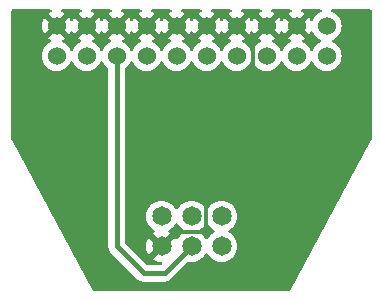
<source format=gbl>
G04 #@! TF.GenerationSoftware,KiCad,Pcbnew,8.0.2-1*
G04 #@! TF.CreationDate,2024-12-21T19:46:59+01:00*
G04 #@! TF.ProjectId,ten_to_six,74656e5f-746f-45f7-9369-782e6b696361,rev?*
G04 #@! TF.SameCoordinates,Original*
G04 #@! TF.FileFunction,Copper,L2,Bot*
G04 #@! TF.FilePolarity,Positive*
%FSLAX46Y46*%
G04 Gerber Fmt 4.6, Leading zero omitted, Abs format (unit mm)*
G04 Created by KiCad (PCBNEW 8.0.2-1) date 2024-12-21 19:46:59*
%MOMM*%
%LPD*%
G01*
G04 APERTURE LIST*
G04 #@! TA.AperFunction,ComponentPad*
%ADD10C,1.524000*%
G04 #@! TD*
G04 #@! TA.AperFunction,ComponentPad*
%ADD11C,1.650000*%
G04 #@! TD*
G04 #@! TA.AperFunction,Conductor*
%ADD12C,0.300000*%
G04 #@! TD*
G04 #@! TA.AperFunction,Conductor*
%ADD13C,0.400000*%
G04 #@! TD*
G04 APERTURE END LIST*
D10*
X136652000Y-76843128D03*
X136652000Y-74303128D03*
X134112000Y-76843128D03*
X134112000Y-74303128D03*
X131572000Y-76843128D03*
X131572000Y-74303128D03*
X129032000Y-76843128D03*
X129032000Y-74303128D03*
X126492000Y-76843128D03*
X126492000Y-74303128D03*
X123952000Y-76843128D03*
X123952000Y-74303128D03*
X121412000Y-76843128D03*
X121412000Y-74303128D03*
X118872000Y-76843128D03*
X118872000Y-74303128D03*
X116332000Y-76843128D03*
X116332000Y-74303128D03*
X113792000Y-76843128D03*
X113792000Y-74303128D03*
D11*
X127762000Y-92964000D03*
X127762000Y-90424000D03*
X125222000Y-92964000D03*
X125222000Y-90424000D03*
X122682000Y-92964000D03*
X122682000Y-90424000D03*
D12*
X126466600Y-87517699D02*
X126466600Y-91592400D01*
X130460000Y-83524299D02*
X126466600Y-87517699D01*
X126270000Y-91789000D02*
X123857000Y-91789000D01*
X123857000Y-91789000D02*
X122682000Y-92964000D01*
X130460000Y-75415128D02*
X130460000Y-83524299D01*
X126466600Y-91592400D02*
X126270000Y-91789000D01*
X131572000Y-74303128D02*
X130460000Y-75415128D01*
D13*
X121158000Y-95250000D02*
X122936000Y-95250000D01*
X118872000Y-92964000D02*
X121158000Y-95250000D01*
X118872000Y-76843128D02*
X118872000Y-92964000D01*
X122936000Y-95250000D02*
X125222000Y-92964000D01*
G04 #@! TA.AperFunction,Conductor*
G36*
X113342956Y-72910185D02*
G01*
X113388711Y-72962989D01*
X113398655Y-73032147D01*
X113369630Y-73095703D01*
X113328322Y-73126882D01*
X113158590Y-73206029D01*
X113093811Y-73251386D01*
X113656057Y-73813632D01*
X113595919Y-73829747D01*
X113480080Y-73896626D01*
X113385498Y-73991208D01*
X113318619Y-74107047D01*
X113302504Y-74167185D01*
X112740258Y-73604939D01*
X112694901Y-73669718D01*
X112601579Y-73869848D01*
X112601575Y-73869857D01*
X112544426Y-74083141D01*
X112544424Y-74083151D01*
X112525179Y-74303127D01*
X112525179Y-74303128D01*
X112544424Y-74523104D01*
X112544426Y-74523114D01*
X112601575Y-74736398D01*
X112601580Y-74736412D01*
X112694898Y-74936533D01*
X112694901Y-74936539D01*
X112740258Y-75001315D01*
X112740259Y-75001316D01*
X113302504Y-74439070D01*
X113318619Y-74499209D01*
X113385498Y-74615048D01*
X113480080Y-74709630D01*
X113595919Y-74776509D01*
X113656057Y-74792622D01*
X113093810Y-75354868D01*
X113158589Y-75400226D01*
X113287781Y-75460470D01*
X113340220Y-75506642D01*
X113359372Y-75573836D01*
X113339156Y-75640717D01*
X113287781Y-75685234D01*
X113158340Y-75745593D01*
X113158338Y-75745594D01*
X112977377Y-75872303D01*
X112821175Y-76028505D01*
X112694466Y-76209466D01*
X112694465Y-76209468D01*
X112601107Y-76409676D01*
X112601104Y-76409682D01*
X112543930Y-76623057D01*
X112543929Y-76623065D01*
X112524677Y-76843125D01*
X112524677Y-76843130D01*
X112543929Y-77063190D01*
X112543930Y-77063198D01*
X112601104Y-77276573D01*
X112601105Y-77276575D01*
X112601106Y-77276578D01*
X112634382Y-77347939D01*
X112694466Y-77476790D01*
X112694468Y-77476794D01*
X112821170Y-77657743D01*
X112821175Y-77657749D01*
X112977378Y-77813952D01*
X112977384Y-77813957D01*
X113158333Y-77940659D01*
X113158335Y-77940660D01*
X113158338Y-77940662D01*
X113358550Y-78034022D01*
X113571932Y-78091198D01*
X113729123Y-78104950D01*
X113791998Y-78110451D01*
X113792000Y-78110451D01*
X113792002Y-78110451D01*
X113847017Y-78105637D01*
X114012068Y-78091198D01*
X114225450Y-78034022D01*
X114425662Y-77940662D01*
X114606620Y-77813954D01*
X114762826Y-77657748D01*
X114889534Y-77476790D01*
X114949618Y-77347939D01*
X114995790Y-77295499D01*
X115062983Y-77276347D01*
X115129865Y-77296563D01*
X115174382Y-77347939D01*
X115234464Y-77476786D01*
X115234468Y-77476794D01*
X115361170Y-77657743D01*
X115361175Y-77657749D01*
X115517378Y-77813952D01*
X115517384Y-77813957D01*
X115698333Y-77940659D01*
X115698335Y-77940660D01*
X115698338Y-77940662D01*
X115898550Y-78034022D01*
X116111932Y-78091198D01*
X116269123Y-78104950D01*
X116331998Y-78110451D01*
X116332000Y-78110451D01*
X116332002Y-78110451D01*
X116387017Y-78105637D01*
X116552068Y-78091198D01*
X116765450Y-78034022D01*
X116965662Y-77940662D01*
X117146620Y-77813954D01*
X117302826Y-77657748D01*
X117429534Y-77476790D01*
X117489618Y-77347939D01*
X117535790Y-77295499D01*
X117602983Y-77276347D01*
X117669865Y-77296563D01*
X117714382Y-77347939D01*
X117774464Y-77476786D01*
X117774468Y-77476794D01*
X117901170Y-77657743D01*
X117901174Y-77657748D01*
X118057380Y-77813954D01*
X118118623Y-77856836D01*
X118162248Y-77911412D01*
X118171500Y-77958411D01*
X118171500Y-92895006D01*
X118171500Y-93032994D01*
X118171500Y-93032996D01*
X118171499Y-93032996D01*
X118198418Y-93168322D01*
X118198421Y-93168332D01*
X118251222Y-93295807D01*
X118327887Y-93410545D01*
X120711454Y-95794112D01*
X120826190Y-95870776D01*
X120924790Y-95911617D01*
X120953671Y-95923580D01*
X120953672Y-95923580D01*
X120953677Y-95923582D01*
X120980545Y-95928925D01*
X120980551Y-95928926D01*
X120980591Y-95928934D01*
X121070937Y-95946905D01*
X121089006Y-95950500D01*
X121089007Y-95950500D01*
X123004996Y-95950500D01*
X123113457Y-95928925D01*
X123140328Y-95923580D01*
X123204069Y-95897177D01*
X123267807Y-95870777D01*
X123267808Y-95870776D01*
X123267811Y-95870775D01*
X123382543Y-95794114D01*
X124870418Y-94306237D01*
X124931739Y-94272754D01*
X124985502Y-94274035D01*
X124985613Y-94273408D01*
X124989749Y-94274137D01*
X124990199Y-94274147D01*
X124990950Y-94274349D01*
X125184822Y-94291310D01*
X125221998Y-94294563D01*
X125222000Y-94294563D01*
X125222002Y-94294563D01*
X125279762Y-94289509D01*
X125453050Y-94274349D01*
X125677079Y-94214320D01*
X125887282Y-94116301D01*
X126077269Y-93983270D01*
X126241270Y-93819269D01*
X126374301Y-93629282D01*
X126379618Y-93617878D01*
X126425790Y-93565440D01*
X126492984Y-93546288D01*
X126559865Y-93566504D01*
X126604381Y-93617878D01*
X126609699Y-93629282D01*
X126742730Y-93819269D01*
X126906731Y-93983270D01*
X127096718Y-94116301D01*
X127306921Y-94214320D01*
X127530950Y-94274349D01*
X127695985Y-94288787D01*
X127761998Y-94294563D01*
X127762000Y-94294563D01*
X127762002Y-94294563D01*
X127819762Y-94289509D01*
X127993050Y-94274349D01*
X128217079Y-94214320D01*
X128427282Y-94116301D01*
X128617269Y-93983270D01*
X128781270Y-93819269D01*
X128914301Y-93629282D01*
X129012320Y-93419079D01*
X129072349Y-93195050D01*
X129092563Y-92964000D01*
X129072349Y-92732950D01*
X129012320Y-92508921D01*
X128914301Y-92298719D01*
X128914299Y-92298716D01*
X128914298Y-92298714D01*
X128781273Y-92108735D01*
X128781268Y-92108729D01*
X128617269Y-91944730D01*
X128506292Y-91867023D01*
X128427282Y-91811699D01*
X128415878Y-91806381D01*
X128363440Y-91760210D01*
X128344288Y-91693016D01*
X128364504Y-91626135D01*
X128415878Y-91581618D01*
X128427282Y-91576301D01*
X128617269Y-91443270D01*
X128781270Y-91279269D01*
X128914301Y-91089282D01*
X129012320Y-90879079D01*
X129072349Y-90655050D01*
X129092563Y-90424000D01*
X129072349Y-90192950D01*
X129012320Y-89968921D01*
X128914301Y-89758719D01*
X128914299Y-89758716D01*
X128914298Y-89758714D01*
X128781273Y-89568735D01*
X128781268Y-89568729D01*
X128617269Y-89404730D01*
X128617263Y-89404726D01*
X128427282Y-89271699D01*
X128217079Y-89173680D01*
X128217076Y-89173679D01*
X128217074Y-89173678D01*
X127993051Y-89113651D01*
X127993044Y-89113650D01*
X127762002Y-89093437D01*
X127761998Y-89093437D01*
X127530955Y-89113650D01*
X127530948Y-89113651D01*
X127306917Y-89173681D01*
X127096718Y-89271699D01*
X127096714Y-89271701D01*
X126906735Y-89404726D01*
X126906729Y-89404731D01*
X126742731Y-89568729D01*
X126742726Y-89568735D01*
X126609701Y-89758714D01*
X126609698Y-89758720D01*
X126604381Y-89770123D01*
X126558207Y-89822562D01*
X126491013Y-89841712D01*
X126424133Y-89821495D01*
X126379619Y-89770123D01*
X126374301Y-89758720D01*
X126374298Y-89758714D01*
X126241273Y-89568735D01*
X126241268Y-89568729D01*
X126077269Y-89404730D01*
X126077263Y-89404726D01*
X125887282Y-89271699D01*
X125677079Y-89173680D01*
X125677076Y-89173679D01*
X125677074Y-89173678D01*
X125453051Y-89113651D01*
X125453044Y-89113650D01*
X125222002Y-89093437D01*
X125221998Y-89093437D01*
X124990955Y-89113650D01*
X124990948Y-89113651D01*
X124766917Y-89173681D01*
X124556718Y-89271699D01*
X124556714Y-89271701D01*
X124366735Y-89404726D01*
X124366729Y-89404731D01*
X124202731Y-89568729D01*
X124202726Y-89568735D01*
X124069701Y-89758714D01*
X124069698Y-89758720D01*
X124064381Y-89770123D01*
X124018207Y-89822562D01*
X123951013Y-89841712D01*
X123884133Y-89821495D01*
X123839619Y-89770123D01*
X123834301Y-89758720D01*
X123834298Y-89758714D01*
X123701273Y-89568735D01*
X123701268Y-89568729D01*
X123537269Y-89404730D01*
X123537263Y-89404726D01*
X123347282Y-89271699D01*
X123137079Y-89173680D01*
X123137076Y-89173679D01*
X123137074Y-89173678D01*
X122913051Y-89113651D01*
X122913044Y-89113650D01*
X122682002Y-89093437D01*
X122681998Y-89093437D01*
X122450955Y-89113650D01*
X122450948Y-89113651D01*
X122226917Y-89173681D01*
X122016718Y-89271699D01*
X122016714Y-89271701D01*
X121826735Y-89404726D01*
X121826729Y-89404731D01*
X121662731Y-89568729D01*
X121662726Y-89568735D01*
X121529701Y-89758714D01*
X121529699Y-89758718D01*
X121431681Y-89968917D01*
X121371651Y-90192948D01*
X121371650Y-90192955D01*
X121351437Y-90423998D01*
X121351437Y-90424001D01*
X121371650Y-90655044D01*
X121371651Y-90655051D01*
X121431678Y-90879074D01*
X121431679Y-90879076D01*
X121431680Y-90879079D01*
X121529699Y-91089282D01*
X121662730Y-91279269D01*
X121826731Y-91443270D01*
X122016718Y-91576301D01*
X122028710Y-91581893D01*
X122081149Y-91628062D01*
X122100303Y-91695255D01*
X122080089Y-91762137D01*
X122028717Y-91806655D01*
X122016966Y-91812134D01*
X121938576Y-91867022D01*
X122511766Y-92440212D01*
X122469708Y-92451482D01*
X122344292Y-92523890D01*
X122241890Y-92626292D01*
X122169482Y-92751708D01*
X122158212Y-92793766D01*
X121585022Y-92220576D01*
X121530134Y-92298967D01*
X121432152Y-92509090D01*
X121432148Y-92509099D01*
X121372147Y-92733031D01*
X121372145Y-92733041D01*
X121351939Y-92963999D01*
X121351939Y-92964000D01*
X121372145Y-93194958D01*
X121372147Y-93194968D01*
X121432148Y-93418900D01*
X121432152Y-93418909D01*
X121530133Y-93629030D01*
X121585023Y-93707422D01*
X122158212Y-93134233D01*
X122169482Y-93176292D01*
X122241890Y-93301708D01*
X122344292Y-93404110D01*
X122469708Y-93476518D01*
X122511765Y-93487787D01*
X121938576Y-94060975D01*
X122016969Y-94115867D01*
X122227090Y-94213847D01*
X122227099Y-94213851D01*
X122451031Y-94273852D01*
X122451042Y-94273854D01*
X122618733Y-94288525D01*
X122683802Y-94313977D01*
X122724781Y-94370568D01*
X122728659Y-94440330D01*
X122695614Y-94499728D01*
X122689117Y-94506224D01*
X122682166Y-94513176D01*
X122620848Y-94546664D01*
X122594481Y-94549500D01*
X121499519Y-94549500D01*
X121432480Y-94529815D01*
X121411838Y-94513181D01*
X119608819Y-92710162D01*
X119575334Y-92648839D01*
X119572500Y-92622481D01*
X119572500Y-77958411D01*
X119592185Y-77891372D01*
X119625375Y-77856837D01*
X119686620Y-77813954D01*
X119842826Y-77657748D01*
X119969534Y-77476790D01*
X120029618Y-77347939D01*
X120075790Y-77295499D01*
X120142983Y-77276347D01*
X120209865Y-77296563D01*
X120254382Y-77347939D01*
X120314464Y-77476786D01*
X120314468Y-77476794D01*
X120441170Y-77657743D01*
X120441175Y-77657749D01*
X120597378Y-77813952D01*
X120597384Y-77813957D01*
X120778333Y-77940659D01*
X120778335Y-77940660D01*
X120778338Y-77940662D01*
X120978550Y-78034022D01*
X121191932Y-78091198D01*
X121349123Y-78104950D01*
X121411998Y-78110451D01*
X121412000Y-78110451D01*
X121412002Y-78110451D01*
X121467017Y-78105637D01*
X121632068Y-78091198D01*
X121845450Y-78034022D01*
X122045662Y-77940662D01*
X122226620Y-77813954D01*
X122382826Y-77657748D01*
X122509534Y-77476790D01*
X122569618Y-77347939D01*
X122615790Y-77295499D01*
X122682983Y-77276347D01*
X122749865Y-77296563D01*
X122794382Y-77347939D01*
X122854464Y-77476786D01*
X122854468Y-77476794D01*
X122981170Y-77657743D01*
X122981175Y-77657749D01*
X123137378Y-77813952D01*
X123137384Y-77813957D01*
X123318333Y-77940659D01*
X123318335Y-77940660D01*
X123318338Y-77940662D01*
X123518550Y-78034022D01*
X123731932Y-78091198D01*
X123889123Y-78104950D01*
X123951998Y-78110451D01*
X123952000Y-78110451D01*
X123952002Y-78110451D01*
X124007017Y-78105637D01*
X124172068Y-78091198D01*
X124385450Y-78034022D01*
X124585662Y-77940662D01*
X124766620Y-77813954D01*
X124922826Y-77657748D01*
X125049534Y-77476790D01*
X125109618Y-77347939D01*
X125155790Y-77295499D01*
X125222983Y-77276347D01*
X125289865Y-77296563D01*
X125334382Y-77347939D01*
X125394464Y-77476786D01*
X125394468Y-77476794D01*
X125521170Y-77657743D01*
X125521175Y-77657749D01*
X125677378Y-77813952D01*
X125677384Y-77813957D01*
X125858333Y-77940659D01*
X125858335Y-77940660D01*
X125858338Y-77940662D01*
X126058550Y-78034022D01*
X126271932Y-78091198D01*
X126429123Y-78104950D01*
X126491998Y-78110451D01*
X126492000Y-78110451D01*
X126492002Y-78110451D01*
X126547017Y-78105637D01*
X126712068Y-78091198D01*
X126925450Y-78034022D01*
X127125662Y-77940662D01*
X127306620Y-77813954D01*
X127462826Y-77657748D01*
X127589534Y-77476790D01*
X127649618Y-77347939D01*
X127695790Y-77295499D01*
X127762983Y-77276347D01*
X127829865Y-77296563D01*
X127874382Y-77347939D01*
X127934464Y-77476786D01*
X127934468Y-77476794D01*
X128061170Y-77657743D01*
X128061175Y-77657749D01*
X128217378Y-77813952D01*
X128217384Y-77813957D01*
X128398333Y-77940659D01*
X128398335Y-77940660D01*
X128398338Y-77940662D01*
X128598550Y-78034022D01*
X128811932Y-78091198D01*
X128969123Y-78104950D01*
X129031998Y-78110451D01*
X129032000Y-78110451D01*
X129032002Y-78110451D01*
X129087017Y-78105637D01*
X129252068Y-78091198D01*
X129465450Y-78034022D01*
X129665662Y-77940662D01*
X129846620Y-77813954D01*
X130002826Y-77657748D01*
X130129534Y-77476790D01*
X130189618Y-77347939D01*
X130235790Y-77295499D01*
X130302983Y-77276347D01*
X130369865Y-77296563D01*
X130414382Y-77347939D01*
X130474464Y-77476786D01*
X130474468Y-77476794D01*
X130601170Y-77657743D01*
X130601175Y-77657749D01*
X130757378Y-77813952D01*
X130757384Y-77813957D01*
X130938333Y-77940659D01*
X130938335Y-77940660D01*
X130938338Y-77940662D01*
X131138550Y-78034022D01*
X131351932Y-78091198D01*
X131509123Y-78104950D01*
X131571998Y-78110451D01*
X131572000Y-78110451D01*
X131572002Y-78110451D01*
X131627017Y-78105637D01*
X131792068Y-78091198D01*
X132005450Y-78034022D01*
X132205662Y-77940662D01*
X132386620Y-77813954D01*
X132542826Y-77657748D01*
X132669534Y-77476790D01*
X132729618Y-77347939D01*
X132775790Y-77295499D01*
X132842983Y-77276347D01*
X132909865Y-77296563D01*
X132954382Y-77347939D01*
X133014464Y-77476786D01*
X133014468Y-77476794D01*
X133141170Y-77657743D01*
X133141175Y-77657749D01*
X133297378Y-77813952D01*
X133297384Y-77813957D01*
X133478333Y-77940659D01*
X133478335Y-77940660D01*
X133478338Y-77940662D01*
X133678550Y-78034022D01*
X133891932Y-78091198D01*
X134049123Y-78104950D01*
X134111998Y-78110451D01*
X134112000Y-78110451D01*
X134112002Y-78110451D01*
X134167017Y-78105637D01*
X134332068Y-78091198D01*
X134545450Y-78034022D01*
X134745662Y-77940662D01*
X134926620Y-77813954D01*
X135082826Y-77657748D01*
X135209534Y-77476790D01*
X135269618Y-77347939D01*
X135315790Y-77295499D01*
X135382983Y-77276347D01*
X135449865Y-77296563D01*
X135494382Y-77347939D01*
X135554464Y-77476786D01*
X135554468Y-77476794D01*
X135681170Y-77657743D01*
X135681175Y-77657749D01*
X135837378Y-77813952D01*
X135837384Y-77813957D01*
X136018333Y-77940659D01*
X136018335Y-77940660D01*
X136018338Y-77940662D01*
X136218550Y-78034022D01*
X136431932Y-78091198D01*
X136589123Y-78104950D01*
X136651998Y-78110451D01*
X136652000Y-78110451D01*
X136652002Y-78110451D01*
X136707017Y-78105637D01*
X136872068Y-78091198D01*
X137085450Y-78034022D01*
X137285662Y-77940662D01*
X137466620Y-77813954D01*
X137622826Y-77657748D01*
X137749534Y-77476790D01*
X137842894Y-77276578D01*
X137900070Y-77063196D01*
X137919323Y-76843128D01*
X137900070Y-76623060D01*
X137842894Y-76409678D01*
X137749534Y-76209467D01*
X137622826Y-76028508D01*
X137466620Y-75872302D01*
X137466616Y-75872299D01*
X137466615Y-75872298D01*
X137285666Y-75745596D01*
X137285658Y-75745592D01*
X137156811Y-75685510D01*
X137104371Y-75639338D01*
X137085219Y-75572145D01*
X137105435Y-75505263D01*
X137156811Y-75460746D01*
X137162802Y-75457952D01*
X137285662Y-75400662D01*
X137466620Y-75273954D01*
X137622826Y-75117748D01*
X137749534Y-74936790D01*
X137842894Y-74736578D01*
X137900070Y-74523196D01*
X137919323Y-74303128D01*
X137900070Y-74083060D01*
X137842894Y-73869678D01*
X137749534Y-73669467D01*
X137622826Y-73488508D01*
X137466620Y-73332302D01*
X137466616Y-73332299D01*
X137466615Y-73332298D01*
X137285666Y-73205596D01*
X137285658Y-73205592D01*
X137116863Y-73126882D01*
X137064423Y-73080710D01*
X137045271Y-73013517D01*
X137065487Y-72946635D01*
X137118652Y-72901301D01*
X137169267Y-72890500D01*
X140345500Y-72890500D01*
X140412539Y-72910185D01*
X140458294Y-72962989D01*
X140469500Y-73014500D01*
X140469500Y-83916552D01*
X140454678Y-83975340D01*
X133594168Y-96716288D01*
X133545053Y-96765982D01*
X133484990Y-96781500D01*
X116959010Y-96781500D01*
X116891971Y-96761815D01*
X116849832Y-96716288D01*
X109989322Y-83975341D01*
X109974500Y-83916553D01*
X109974500Y-73014500D01*
X109994185Y-72947461D01*
X110046989Y-72901706D01*
X110098500Y-72890500D01*
X113275917Y-72890500D01*
X113342956Y-72910185D01*
G37*
G04 #@! TD.AperFunction*
G04 #@! TA.AperFunction,Conductor*
G36*
X124019865Y-91026504D02*
G01*
X124064381Y-91077878D01*
X124069699Y-91089282D01*
X124202730Y-91279269D01*
X124366731Y-91443270D01*
X124556718Y-91576301D01*
X124568121Y-91581618D01*
X124620560Y-91627790D01*
X124639712Y-91694984D01*
X124619496Y-91761865D01*
X124568123Y-91806381D01*
X124556720Y-91811698D01*
X124556714Y-91811701D01*
X124366735Y-91944726D01*
X124366729Y-91944731D01*
X124202731Y-92108729D01*
X124202726Y-92108735D01*
X124069701Y-92298714D01*
X124069697Y-92298722D01*
X124064104Y-92310716D01*
X124017929Y-92363154D01*
X123950735Y-92382303D01*
X123883855Y-92362084D01*
X123839342Y-92310711D01*
X123833869Y-92298975D01*
X123833866Y-92298969D01*
X123778975Y-92220577D01*
X123778975Y-92220576D01*
X123205787Y-92793764D01*
X123194518Y-92751708D01*
X123122110Y-92626292D01*
X123019708Y-92523890D01*
X122894292Y-92451482D01*
X122852234Y-92440212D01*
X123425422Y-91867023D01*
X123347029Y-91812132D01*
X123335286Y-91806656D01*
X123282848Y-91760482D01*
X123263697Y-91693289D01*
X123283914Y-91626408D01*
X123335289Y-91581893D01*
X123347282Y-91576301D01*
X123537269Y-91443270D01*
X123701270Y-91279269D01*
X123834301Y-91089282D01*
X123839618Y-91077878D01*
X123885790Y-91025440D01*
X123952984Y-91006288D01*
X124019865Y-91026504D01*
G37*
G04 #@! TD.AperFunction*
G04 #@! TA.AperFunction,Conductor*
G36*
X126559865Y-91026504D02*
G01*
X126604381Y-91077878D01*
X126609699Y-91089282D01*
X126742730Y-91279269D01*
X126906731Y-91443270D01*
X127096718Y-91576301D01*
X127108121Y-91581618D01*
X127160560Y-91627790D01*
X127179712Y-91694984D01*
X127159496Y-91761865D01*
X127108123Y-91806381D01*
X127096720Y-91811698D01*
X127096714Y-91811701D01*
X126906735Y-91944726D01*
X126906729Y-91944731D01*
X126742731Y-92108729D01*
X126742726Y-92108735D01*
X126609701Y-92298714D01*
X126609698Y-92298720D01*
X126604381Y-92310123D01*
X126558207Y-92362562D01*
X126491013Y-92381712D01*
X126424133Y-92361495D01*
X126379619Y-92310123D01*
X126374420Y-92298975D01*
X126374301Y-92298719D01*
X126374299Y-92298716D01*
X126374298Y-92298714D01*
X126241273Y-92108735D01*
X126241268Y-92108729D01*
X126077269Y-91944730D01*
X125966292Y-91867023D01*
X125887282Y-91811699D01*
X125875878Y-91806381D01*
X125823440Y-91760210D01*
X125804288Y-91693016D01*
X125824504Y-91626135D01*
X125875878Y-91581618D01*
X125887282Y-91576301D01*
X126077269Y-91443270D01*
X126241270Y-91279269D01*
X126374301Y-91089282D01*
X126379618Y-91077878D01*
X126425790Y-91025440D01*
X126492984Y-91006288D01*
X126559865Y-91026504D01*
G37*
G04 #@! TD.AperFunction*
G04 #@! TA.AperFunction,Conductor*
G36*
X115858619Y-74499209D02*
G01*
X115925498Y-74615048D01*
X116020080Y-74709630D01*
X116135919Y-74776509D01*
X116196057Y-74792622D01*
X115633810Y-75354868D01*
X115698589Y-75400226D01*
X115827781Y-75460470D01*
X115880220Y-75506642D01*
X115899372Y-75573836D01*
X115879156Y-75640717D01*
X115827781Y-75685234D01*
X115698340Y-75745593D01*
X115698338Y-75745594D01*
X115517377Y-75872303D01*
X115361175Y-76028505D01*
X115234466Y-76209466D01*
X115234465Y-76209468D01*
X115174382Y-76338317D01*
X115128209Y-76390756D01*
X115061016Y-76409908D01*
X114994135Y-76389692D01*
X114949618Y-76338317D01*
X114889534Y-76209468D01*
X114889533Y-76209466D01*
X114762827Y-76028509D01*
X114762823Y-76028505D01*
X114606620Y-75872302D01*
X114606616Y-75872299D01*
X114606615Y-75872298D01*
X114425666Y-75745596D01*
X114425662Y-75745594D01*
X114296218Y-75685233D01*
X114243779Y-75639060D01*
X114224627Y-75571867D01*
X114244843Y-75504986D01*
X114296219Y-75460468D01*
X114425416Y-75400223D01*
X114425417Y-75400222D01*
X114490188Y-75354869D01*
X113927942Y-74792622D01*
X113988081Y-74776509D01*
X114103920Y-74709630D01*
X114198502Y-74615048D01*
X114265381Y-74499209D01*
X114281495Y-74439070D01*
X114843741Y-75001316D01*
X114889094Y-74936545D01*
X114889100Y-74936535D01*
X114949618Y-74806755D01*
X114995790Y-74754315D01*
X115062983Y-74735163D01*
X115129865Y-74755379D01*
X115174382Y-74806755D01*
X115234898Y-74936533D01*
X115234901Y-74936539D01*
X115280258Y-75001315D01*
X115280259Y-75001316D01*
X115842504Y-74439070D01*
X115858619Y-74499209D01*
G37*
G04 #@! TD.AperFunction*
G04 #@! TA.AperFunction,Conductor*
G36*
X118398619Y-74499209D02*
G01*
X118465498Y-74615048D01*
X118560080Y-74709630D01*
X118675919Y-74776509D01*
X118736057Y-74792622D01*
X118173810Y-75354868D01*
X118238589Y-75400226D01*
X118367781Y-75460470D01*
X118420220Y-75506642D01*
X118439372Y-75573836D01*
X118419156Y-75640717D01*
X118367781Y-75685234D01*
X118238340Y-75745593D01*
X118238338Y-75745594D01*
X118057377Y-75872303D01*
X117901175Y-76028505D01*
X117774466Y-76209466D01*
X117774465Y-76209468D01*
X117714382Y-76338317D01*
X117668209Y-76390756D01*
X117601016Y-76409908D01*
X117534135Y-76389692D01*
X117489618Y-76338317D01*
X117429534Y-76209468D01*
X117429533Y-76209466D01*
X117302827Y-76028509D01*
X117302823Y-76028505D01*
X117146620Y-75872302D01*
X117146616Y-75872299D01*
X117146615Y-75872298D01*
X116965666Y-75745596D01*
X116965662Y-75745594D01*
X116836218Y-75685233D01*
X116783779Y-75639060D01*
X116764627Y-75571867D01*
X116784843Y-75504986D01*
X116836219Y-75460468D01*
X116965416Y-75400223D01*
X116965417Y-75400222D01*
X117030188Y-75354869D01*
X116467942Y-74792622D01*
X116528081Y-74776509D01*
X116643920Y-74709630D01*
X116738502Y-74615048D01*
X116805381Y-74499209D01*
X116821495Y-74439070D01*
X117383741Y-75001316D01*
X117429094Y-74936545D01*
X117429100Y-74936535D01*
X117489618Y-74806755D01*
X117535790Y-74754315D01*
X117602983Y-74735163D01*
X117669865Y-74755379D01*
X117714382Y-74806755D01*
X117774898Y-74936533D01*
X117774901Y-74936539D01*
X117820258Y-75001315D01*
X117820259Y-75001316D01*
X118382504Y-74439070D01*
X118398619Y-74499209D01*
G37*
G04 #@! TD.AperFunction*
G04 #@! TA.AperFunction,Conductor*
G36*
X120938619Y-74499209D02*
G01*
X121005498Y-74615048D01*
X121100080Y-74709630D01*
X121215919Y-74776509D01*
X121276057Y-74792622D01*
X120713810Y-75354868D01*
X120778589Y-75400226D01*
X120907781Y-75460470D01*
X120960220Y-75506642D01*
X120979372Y-75573836D01*
X120959156Y-75640717D01*
X120907781Y-75685234D01*
X120778340Y-75745593D01*
X120778338Y-75745594D01*
X120597377Y-75872303D01*
X120441175Y-76028505D01*
X120314466Y-76209466D01*
X120314465Y-76209468D01*
X120254382Y-76338317D01*
X120208209Y-76390756D01*
X120141016Y-76409908D01*
X120074135Y-76389692D01*
X120029618Y-76338317D01*
X119969534Y-76209468D01*
X119969533Y-76209466D01*
X119842827Y-76028509D01*
X119842823Y-76028505D01*
X119686620Y-75872302D01*
X119686616Y-75872299D01*
X119686615Y-75872298D01*
X119505666Y-75745596D01*
X119505662Y-75745594D01*
X119376218Y-75685233D01*
X119323779Y-75639060D01*
X119304627Y-75571867D01*
X119324843Y-75504986D01*
X119376219Y-75460468D01*
X119505416Y-75400223D01*
X119505417Y-75400222D01*
X119570188Y-75354869D01*
X119007942Y-74792622D01*
X119068081Y-74776509D01*
X119183920Y-74709630D01*
X119278502Y-74615048D01*
X119345381Y-74499209D01*
X119361495Y-74439070D01*
X119923741Y-75001316D01*
X119969094Y-74936545D01*
X119969100Y-74936535D01*
X120029618Y-74806755D01*
X120075790Y-74754315D01*
X120142983Y-74735163D01*
X120209865Y-74755379D01*
X120254382Y-74806755D01*
X120314898Y-74936533D01*
X120314901Y-74936539D01*
X120360258Y-75001315D01*
X120360259Y-75001316D01*
X120922504Y-74439070D01*
X120938619Y-74499209D01*
G37*
G04 #@! TD.AperFunction*
G04 #@! TA.AperFunction,Conductor*
G36*
X123478619Y-74499209D02*
G01*
X123545498Y-74615048D01*
X123640080Y-74709630D01*
X123755919Y-74776509D01*
X123816057Y-74792622D01*
X123253810Y-75354868D01*
X123318589Y-75400226D01*
X123447781Y-75460470D01*
X123500220Y-75506642D01*
X123519372Y-75573836D01*
X123499156Y-75640717D01*
X123447781Y-75685234D01*
X123318340Y-75745593D01*
X123318338Y-75745594D01*
X123137377Y-75872303D01*
X122981175Y-76028505D01*
X122854466Y-76209466D01*
X122854465Y-76209468D01*
X122794382Y-76338317D01*
X122748209Y-76390756D01*
X122681016Y-76409908D01*
X122614135Y-76389692D01*
X122569618Y-76338317D01*
X122509534Y-76209468D01*
X122509533Y-76209466D01*
X122382827Y-76028509D01*
X122382823Y-76028505D01*
X122226620Y-75872302D01*
X122226616Y-75872299D01*
X122226615Y-75872298D01*
X122045666Y-75745596D01*
X122045662Y-75745594D01*
X121916218Y-75685233D01*
X121863779Y-75639060D01*
X121844627Y-75571867D01*
X121864843Y-75504986D01*
X121916219Y-75460468D01*
X122045416Y-75400223D01*
X122045417Y-75400222D01*
X122110188Y-75354869D01*
X121547942Y-74792622D01*
X121608081Y-74776509D01*
X121723920Y-74709630D01*
X121818502Y-74615048D01*
X121885381Y-74499209D01*
X121901495Y-74439070D01*
X122463741Y-75001316D01*
X122509094Y-74936545D01*
X122509100Y-74936535D01*
X122569618Y-74806755D01*
X122615790Y-74754315D01*
X122682983Y-74735163D01*
X122749865Y-74755379D01*
X122794382Y-74806755D01*
X122854898Y-74936533D01*
X122854901Y-74936539D01*
X122900258Y-75001315D01*
X122900259Y-75001316D01*
X123462504Y-74439070D01*
X123478619Y-74499209D01*
G37*
G04 #@! TD.AperFunction*
G04 #@! TA.AperFunction,Conductor*
G36*
X126018619Y-74499209D02*
G01*
X126085498Y-74615048D01*
X126180080Y-74709630D01*
X126295919Y-74776509D01*
X126356057Y-74792622D01*
X125793810Y-75354868D01*
X125858589Y-75400226D01*
X125987781Y-75460470D01*
X126040220Y-75506642D01*
X126059372Y-75573836D01*
X126039156Y-75640717D01*
X125987781Y-75685234D01*
X125858340Y-75745593D01*
X125858338Y-75745594D01*
X125677377Y-75872303D01*
X125521175Y-76028505D01*
X125394466Y-76209466D01*
X125394465Y-76209468D01*
X125334382Y-76338317D01*
X125288209Y-76390756D01*
X125221016Y-76409908D01*
X125154135Y-76389692D01*
X125109618Y-76338317D01*
X125049534Y-76209468D01*
X125049533Y-76209466D01*
X124922827Y-76028509D01*
X124922823Y-76028505D01*
X124766620Y-75872302D01*
X124766616Y-75872299D01*
X124766615Y-75872298D01*
X124585666Y-75745596D01*
X124585662Y-75745594D01*
X124456218Y-75685233D01*
X124403779Y-75639060D01*
X124384627Y-75571867D01*
X124404843Y-75504986D01*
X124456219Y-75460468D01*
X124585416Y-75400223D01*
X124585417Y-75400222D01*
X124650188Y-75354869D01*
X124087942Y-74792622D01*
X124148081Y-74776509D01*
X124263920Y-74709630D01*
X124358502Y-74615048D01*
X124425381Y-74499209D01*
X124441495Y-74439070D01*
X125003741Y-75001316D01*
X125049094Y-74936545D01*
X125049100Y-74936535D01*
X125109618Y-74806755D01*
X125155790Y-74754315D01*
X125222983Y-74735163D01*
X125289865Y-74755379D01*
X125334382Y-74806755D01*
X125394898Y-74936533D01*
X125394901Y-74936539D01*
X125440258Y-75001315D01*
X125440259Y-75001316D01*
X126002504Y-74439070D01*
X126018619Y-74499209D01*
G37*
G04 #@! TD.AperFunction*
G04 #@! TA.AperFunction,Conductor*
G36*
X128558619Y-74499209D02*
G01*
X128625498Y-74615048D01*
X128720080Y-74709630D01*
X128835919Y-74776509D01*
X128896057Y-74792622D01*
X128333810Y-75354868D01*
X128398589Y-75400226D01*
X128527781Y-75460470D01*
X128580220Y-75506642D01*
X128599372Y-75573836D01*
X128579156Y-75640717D01*
X128527781Y-75685234D01*
X128398340Y-75745593D01*
X128398338Y-75745594D01*
X128217377Y-75872303D01*
X128061175Y-76028505D01*
X127934466Y-76209466D01*
X127934465Y-76209468D01*
X127874382Y-76338317D01*
X127828209Y-76390756D01*
X127761016Y-76409908D01*
X127694135Y-76389692D01*
X127649618Y-76338317D01*
X127589534Y-76209468D01*
X127589533Y-76209466D01*
X127462827Y-76028509D01*
X127462823Y-76028505D01*
X127306620Y-75872302D01*
X127306616Y-75872299D01*
X127306615Y-75872298D01*
X127125666Y-75745596D01*
X127125662Y-75745594D01*
X126996218Y-75685233D01*
X126943779Y-75639060D01*
X126924627Y-75571867D01*
X126944843Y-75504986D01*
X126996219Y-75460468D01*
X127125416Y-75400223D01*
X127125417Y-75400222D01*
X127190188Y-75354869D01*
X126627942Y-74792622D01*
X126688081Y-74776509D01*
X126803920Y-74709630D01*
X126898502Y-74615048D01*
X126965381Y-74499209D01*
X126981495Y-74439070D01*
X127543741Y-75001316D01*
X127589094Y-74936545D01*
X127589100Y-74936535D01*
X127649618Y-74806755D01*
X127695790Y-74754315D01*
X127762983Y-74735163D01*
X127829865Y-74755379D01*
X127874382Y-74806755D01*
X127934898Y-74936533D01*
X127934901Y-74936539D01*
X127980258Y-75001315D01*
X127980259Y-75001316D01*
X128542504Y-74439070D01*
X128558619Y-74499209D01*
G37*
G04 #@! TD.AperFunction*
G04 #@! TA.AperFunction,Conductor*
G36*
X131098619Y-74499209D02*
G01*
X131165498Y-74615048D01*
X131260080Y-74709630D01*
X131375919Y-74776509D01*
X131436057Y-74792622D01*
X130873810Y-75354868D01*
X130938589Y-75400226D01*
X131067781Y-75460470D01*
X131120220Y-75506642D01*
X131139372Y-75573836D01*
X131119156Y-75640717D01*
X131067781Y-75685234D01*
X130938340Y-75745593D01*
X130938338Y-75745594D01*
X130757377Y-75872303D01*
X130601175Y-76028505D01*
X130474466Y-76209466D01*
X130474465Y-76209468D01*
X130414382Y-76338317D01*
X130368209Y-76390756D01*
X130301016Y-76409908D01*
X130234135Y-76389692D01*
X130189618Y-76338317D01*
X130129534Y-76209468D01*
X130129533Y-76209466D01*
X130002827Y-76028509D01*
X130002823Y-76028505D01*
X129846620Y-75872302D01*
X129846616Y-75872299D01*
X129846615Y-75872298D01*
X129665666Y-75745596D01*
X129665662Y-75745594D01*
X129536218Y-75685233D01*
X129483779Y-75639060D01*
X129464627Y-75571867D01*
X129484843Y-75504986D01*
X129536219Y-75460468D01*
X129665416Y-75400223D01*
X129665417Y-75400222D01*
X129730188Y-75354869D01*
X129167942Y-74792622D01*
X129228081Y-74776509D01*
X129343920Y-74709630D01*
X129438502Y-74615048D01*
X129505381Y-74499209D01*
X129521495Y-74439070D01*
X130083741Y-75001316D01*
X130129094Y-74936545D01*
X130129100Y-74936535D01*
X130189618Y-74806755D01*
X130235790Y-74754315D01*
X130302983Y-74735163D01*
X130369865Y-74755379D01*
X130414382Y-74806755D01*
X130474898Y-74936533D01*
X130474901Y-74936539D01*
X130520258Y-75001315D01*
X130520259Y-75001316D01*
X131082504Y-74439070D01*
X131098619Y-74499209D01*
G37*
G04 #@! TD.AperFunction*
G04 #@! TA.AperFunction,Conductor*
G36*
X133638619Y-74499209D02*
G01*
X133705498Y-74615048D01*
X133800080Y-74709630D01*
X133915919Y-74776509D01*
X133976057Y-74792622D01*
X133413810Y-75354868D01*
X133478589Y-75400226D01*
X133607781Y-75460470D01*
X133660220Y-75506642D01*
X133679372Y-75573836D01*
X133659156Y-75640717D01*
X133607781Y-75685234D01*
X133478340Y-75745593D01*
X133478338Y-75745594D01*
X133297377Y-75872303D01*
X133141175Y-76028505D01*
X133014466Y-76209466D01*
X133014465Y-76209468D01*
X132954382Y-76338317D01*
X132908209Y-76390756D01*
X132841016Y-76409908D01*
X132774135Y-76389692D01*
X132729618Y-76338317D01*
X132669534Y-76209468D01*
X132669533Y-76209466D01*
X132542827Y-76028509D01*
X132542823Y-76028505D01*
X132386620Y-75872302D01*
X132386616Y-75872299D01*
X132386615Y-75872298D01*
X132205666Y-75745596D01*
X132205662Y-75745594D01*
X132076218Y-75685233D01*
X132023779Y-75639060D01*
X132004627Y-75571867D01*
X132024843Y-75504986D01*
X132076219Y-75460468D01*
X132205416Y-75400223D01*
X132205417Y-75400222D01*
X132270188Y-75354869D01*
X131707942Y-74792622D01*
X131768081Y-74776509D01*
X131883920Y-74709630D01*
X131978502Y-74615048D01*
X132045381Y-74499209D01*
X132061495Y-74439070D01*
X132623741Y-75001316D01*
X132669094Y-74936545D01*
X132669100Y-74936535D01*
X132729618Y-74806755D01*
X132775790Y-74754315D01*
X132842983Y-74735163D01*
X132909865Y-74755379D01*
X132954382Y-74806755D01*
X133014898Y-74936533D01*
X133014901Y-74936539D01*
X133060258Y-75001315D01*
X133060259Y-75001316D01*
X133622504Y-74439070D01*
X133638619Y-74499209D01*
G37*
G04 #@! TD.AperFunction*
G04 #@! TA.AperFunction,Conductor*
G36*
X135163741Y-75001316D02*
G01*
X135209094Y-74936545D01*
X135209095Y-74936544D01*
X135269340Y-74807347D01*
X135315512Y-74754908D01*
X135382706Y-74735755D01*
X135449587Y-74755970D01*
X135494105Y-74807346D01*
X135554466Y-74936790D01*
X135554468Y-74936794D01*
X135681170Y-75117743D01*
X135681175Y-75117749D01*
X135837378Y-75273952D01*
X135837384Y-75273957D01*
X136018333Y-75400659D01*
X136018335Y-75400660D01*
X136018338Y-75400662D01*
X136137748Y-75456343D01*
X136147189Y-75460746D01*
X136199628Y-75506918D01*
X136218780Y-75574112D01*
X136198564Y-75640993D01*
X136147189Y-75685510D01*
X136018340Y-75745593D01*
X136018338Y-75745594D01*
X135837377Y-75872303D01*
X135681175Y-76028505D01*
X135554466Y-76209466D01*
X135554465Y-76209468D01*
X135494382Y-76338317D01*
X135448209Y-76390756D01*
X135381016Y-76409908D01*
X135314135Y-76389692D01*
X135269618Y-76338317D01*
X135209534Y-76209468D01*
X135209533Y-76209466D01*
X135082827Y-76028509D01*
X135082823Y-76028505D01*
X134926620Y-75872302D01*
X134926616Y-75872299D01*
X134926615Y-75872298D01*
X134745666Y-75745596D01*
X134745662Y-75745594D01*
X134616218Y-75685233D01*
X134563779Y-75639060D01*
X134544627Y-75571867D01*
X134564843Y-75504986D01*
X134616219Y-75460468D01*
X134745416Y-75400223D01*
X134745417Y-75400222D01*
X134810188Y-75354869D01*
X134247942Y-74792622D01*
X134308081Y-74776509D01*
X134423920Y-74709630D01*
X134518502Y-74615048D01*
X134585381Y-74499209D01*
X134601495Y-74439070D01*
X135163741Y-75001316D01*
G37*
G04 #@! TD.AperFunction*
G04 #@! TA.AperFunction,Conductor*
G36*
X115882956Y-72910185D02*
G01*
X115928711Y-72962989D01*
X115938655Y-73032147D01*
X115909630Y-73095703D01*
X115868322Y-73126882D01*
X115698590Y-73206029D01*
X115633811Y-73251386D01*
X116196057Y-73813632D01*
X116135919Y-73829747D01*
X116020080Y-73896626D01*
X115925498Y-73991208D01*
X115858619Y-74107047D01*
X115842504Y-74167185D01*
X115280258Y-73604939D01*
X115234901Y-73669718D01*
X115174382Y-73799501D01*
X115128209Y-73851940D01*
X115061016Y-73871092D01*
X114994135Y-73850876D01*
X114949618Y-73799501D01*
X114889096Y-73669714D01*
X114843741Y-73604939D01*
X114843740Y-73604938D01*
X114281494Y-74167184D01*
X114265381Y-74107047D01*
X114198502Y-73991208D01*
X114103920Y-73896626D01*
X113988081Y-73829747D01*
X113927942Y-73813633D01*
X114490188Y-73251387D01*
X114490187Y-73251386D01*
X114425411Y-73206029D01*
X114425405Y-73206026D01*
X114255679Y-73126882D01*
X114203239Y-73080710D01*
X114184087Y-73013517D01*
X114204303Y-72946635D01*
X114257468Y-72901301D01*
X114308083Y-72890500D01*
X115815917Y-72890500D01*
X115882956Y-72910185D01*
G37*
G04 #@! TD.AperFunction*
G04 #@! TA.AperFunction,Conductor*
G36*
X118422956Y-72910185D02*
G01*
X118468711Y-72962989D01*
X118478655Y-73032147D01*
X118449630Y-73095703D01*
X118408322Y-73126882D01*
X118238590Y-73206029D01*
X118173811Y-73251386D01*
X118736057Y-73813632D01*
X118675919Y-73829747D01*
X118560080Y-73896626D01*
X118465498Y-73991208D01*
X118398619Y-74107047D01*
X118382504Y-74167185D01*
X117820258Y-73604939D01*
X117774901Y-73669718D01*
X117714382Y-73799501D01*
X117668209Y-73851940D01*
X117601016Y-73871092D01*
X117534135Y-73850876D01*
X117489618Y-73799501D01*
X117429096Y-73669714D01*
X117383741Y-73604939D01*
X117383740Y-73604938D01*
X116821494Y-74167184D01*
X116805381Y-74107047D01*
X116738502Y-73991208D01*
X116643920Y-73896626D01*
X116528081Y-73829747D01*
X116467942Y-73813633D01*
X117030188Y-73251387D01*
X117030187Y-73251386D01*
X116965411Y-73206029D01*
X116965405Y-73206026D01*
X116795679Y-73126882D01*
X116743239Y-73080710D01*
X116724087Y-73013517D01*
X116744303Y-72946635D01*
X116797468Y-72901301D01*
X116848083Y-72890500D01*
X118355917Y-72890500D01*
X118422956Y-72910185D01*
G37*
G04 #@! TD.AperFunction*
G04 #@! TA.AperFunction,Conductor*
G36*
X120962956Y-72910185D02*
G01*
X121008711Y-72962989D01*
X121018655Y-73032147D01*
X120989630Y-73095703D01*
X120948322Y-73126882D01*
X120778590Y-73206029D01*
X120713811Y-73251386D01*
X121276057Y-73813632D01*
X121215919Y-73829747D01*
X121100080Y-73896626D01*
X121005498Y-73991208D01*
X120938619Y-74107047D01*
X120922504Y-74167185D01*
X120360258Y-73604939D01*
X120314901Y-73669718D01*
X120254382Y-73799501D01*
X120208209Y-73851940D01*
X120141016Y-73871092D01*
X120074135Y-73850876D01*
X120029618Y-73799501D01*
X119969096Y-73669714D01*
X119923741Y-73604939D01*
X119923740Y-73604938D01*
X119361494Y-74167184D01*
X119345381Y-74107047D01*
X119278502Y-73991208D01*
X119183920Y-73896626D01*
X119068081Y-73829747D01*
X119007942Y-73813633D01*
X119570188Y-73251387D01*
X119570187Y-73251386D01*
X119505411Y-73206029D01*
X119505405Y-73206026D01*
X119335679Y-73126882D01*
X119283239Y-73080710D01*
X119264087Y-73013517D01*
X119284303Y-72946635D01*
X119337468Y-72901301D01*
X119388083Y-72890500D01*
X120895917Y-72890500D01*
X120962956Y-72910185D01*
G37*
G04 #@! TD.AperFunction*
G04 #@! TA.AperFunction,Conductor*
G36*
X123502956Y-72910185D02*
G01*
X123548711Y-72962989D01*
X123558655Y-73032147D01*
X123529630Y-73095703D01*
X123488322Y-73126882D01*
X123318590Y-73206029D01*
X123253811Y-73251386D01*
X123816057Y-73813632D01*
X123755919Y-73829747D01*
X123640080Y-73896626D01*
X123545498Y-73991208D01*
X123478619Y-74107047D01*
X123462504Y-74167185D01*
X122900258Y-73604939D01*
X122854901Y-73669718D01*
X122794382Y-73799501D01*
X122748209Y-73851940D01*
X122681016Y-73871092D01*
X122614135Y-73850876D01*
X122569618Y-73799501D01*
X122509096Y-73669714D01*
X122463741Y-73604939D01*
X122463740Y-73604938D01*
X121901494Y-74167184D01*
X121885381Y-74107047D01*
X121818502Y-73991208D01*
X121723920Y-73896626D01*
X121608081Y-73829747D01*
X121547942Y-73813633D01*
X122110188Y-73251387D01*
X122110187Y-73251386D01*
X122045411Y-73206029D01*
X122045405Y-73206026D01*
X121875679Y-73126882D01*
X121823239Y-73080710D01*
X121804087Y-73013517D01*
X121824303Y-72946635D01*
X121877468Y-72901301D01*
X121928083Y-72890500D01*
X123435917Y-72890500D01*
X123502956Y-72910185D01*
G37*
G04 #@! TD.AperFunction*
G04 #@! TA.AperFunction,Conductor*
G36*
X126042956Y-72910185D02*
G01*
X126088711Y-72962989D01*
X126098655Y-73032147D01*
X126069630Y-73095703D01*
X126028322Y-73126882D01*
X125858590Y-73206029D01*
X125793811Y-73251386D01*
X126356057Y-73813632D01*
X126295919Y-73829747D01*
X126180080Y-73896626D01*
X126085498Y-73991208D01*
X126018619Y-74107047D01*
X126002504Y-74167185D01*
X125440258Y-73604939D01*
X125394901Y-73669718D01*
X125334382Y-73799501D01*
X125288209Y-73851940D01*
X125221016Y-73871092D01*
X125154135Y-73850876D01*
X125109618Y-73799501D01*
X125049096Y-73669714D01*
X125003741Y-73604939D01*
X125003740Y-73604938D01*
X124441494Y-74167184D01*
X124425381Y-74107047D01*
X124358502Y-73991208D01*
X124263920Y-73896626D01*
X124148081Y-73829747D01*
X124087942Y-73813633D01*
X124650188Y-73251387D01*
X124650187Y-73251386D01*
X124585411Y-73206029D01*
X124585405Y-73206026D01*
X124415679Y-73126882D01*
X124363239Y-73080710D01*
X124344087Y-73013517D01*
X124364303Y-72946635D01*
X124417468Y-72901301D01*
X124468083Y-72890500D01*
X125975917Y-72890500D01*
X126042956Y-72910185D01*
G37*
G04 #@! TD.AperFunction*
G04 #@! TA.AperFunction,Conductor*
G36*
X128582956Y-72910185D02*
G01*
X128628711Y-72962989D01*
X128638655Y-73032147D01*
X128609630Y-73095703D01*
X128568322Y-73126882D01*
X128398590Y-73206029D01*
X128333811Y-73251386D01*
X128896057Y-73813632D01*
X128835919Y-73829747D01*
X128720080Y-73896626D01*
X128625498Y-73991208D01*
X128558619Y-74107047D01*
X128542505Y-74167185D01*
X127980258Y-73604939D01*
X127934901Y-73669718D01*
X127874382Y-73799501D01*
X127828209Y-73851940D01*
X127761016Y-73871092D01*
X127694135Y-73850876D01*
X127649618Y-73799501D01*
X127589096Y-73669714D01*
X127543741Y-73604939D01*
X127543740Y-73604938D01*
X126981494Y-74167184D01*
X126965381Y-74107047D01*
X126898502Y-73991208D01*
X126803920Y-73896626D01*
X126688081Y-73829747D01*
X126627942Y-73813633D01*
X127190188Y-73251387D01*
X127190187Y-73251386D01*
X127125411Y-73206029D01*
X127125405Y-73206026D01*
X126955679Y-73126882D01*
X126903239Y-73080710D01*
X126884087Y-73013517D01*
X126904303Y-72946635D01*
X126957468Y-72901301D01*
X127008083Y-72890500D01*
X128515917Y-72890500D01*
X128582956Y-72910185D01*
G37*
G04 #@! TD.AperFunction*
G04 #@! TA.AperFunction,Conductor*
G36*
X131122956Y-72910185D02*
G01*
X131168711Y-72962989D01*
X131178655Y-73032147D01*
X131149630Y-73095703D01*
X131108322Y-73126882D01*
X130938590Y-73206029D01*
X130873811Y-73251386D01*
X131436057Y-73813632D01*
X131375919Y-73829747D01*
X131260080Y-73896626D01*
X131165498Y-73991208D01*
X131098619Y-74107047D01*
X131082504Y-74167185D01*
X130520258Y-73604939D01*
X130474901Y-73669718D01*
X130414382Y-73799501D01*
X130368209Y-73851940D01*
X130301016Y-73871092D01*
X130234135Y-73850876D01*
X130189618Y-73799501D01*
X130129096Y-73669714D01*
X130083741Y-73604939D01*
X130083740Y-73604938D01*
X129521494Y-74167184D01*
X129505381Y-74107047D01*
X129438502Y-73991208D01*
X129343920Y-73896626D01*
X129228081Y-73829747D01*
X129167942Y-73813633D01*
X129730188Y-73251387D01*
X129730187Y-73251386D01*
X129665411Y-73206029D01*
X129665405Y-73206026D01*
X129495679Y-73126882D01*
X129443239Y-73080710D01*
X129424087Y-73013517D01*
X129444303Y-72946635D01*
X129497468Y-72901301D01*
X129548083Y-72890500D01*
X131055917Y-72890500D01*
X131122956Y-72910185D01*
G37*
G04 #@! TD.AperFunction*
G04 #@! TA.AperFunction,Conductor*
G36*
X133662956Y-72910185D02*
G01*
X133708711Y-72962989D01*
X133718655Y-73032147D01*
X133689630Y-73095703D01*
X133648322Y-73126882D01*
X133478590Y-73206029D01*
X133413811Y-73251386D01*
X133976057Y-73813632D01*
X133915919Y-73829747D01*
X133800080Y-73896626D01*
X133705498Y-73991208D01*
X133638619Y-74107047D01*
X133622504Y-74167185D01*
X133060258Y-73604939D01*
X133014901Y-73669718D01*
X132954382Y-73799501D01*
X132908209Y-73851940D01*
X132841016Y-73871092D01*
X132774135Y-73850876D01*
X132729618Y-73799501D01*
X132669096Y-73669714D01*
X132623741Y-73604939D01*
X132623740Y-73604938D01*
X132061494Y-74167184D01*
X132045381Y-74107047D01*
X131978502Y-73991208D01*
X131883920Y-73896626D01*
X131768081Y-73829747D01*
X131707942Y-73813633D01*
X132270188Y-73251387D01*
X132270187Y-73251386D01*
X132205411Y-73206029D01*
X132205405Y-73206026D01*
X132035679Y-73126882D01*
X131983239Y-73080710D01*
X131964087Y-73013517D01*
X131984303Y-72946635D01*
X132037468Y-72901301D01*
X132088083Y-72890500D01*
X133595917Y-72890500D01*
X133662956Y-72910185D01*
G37*
G04 #@! TD.AperFunction*
G04 #@! TA.AperFunction,Conductor*
G36*
X136201772Y-72910185D02*
G01*
X136247527Y-72962989D01*
X136257471Y-73032147D01*
X136228446Y-73095703D01*
X136187139Y-73126881D01*
X136122439Y-73157050D01*
X136018340Y-73205593D01*
X136018338Y-73205594D01*
X135837377Y-73332303D01*
X135681175Y-73488505D01*
X135554467Y-73669465D01*
X135494105Y-73798910D01*
X135447932Y-73851349D01*
X135380738Y-73870500D01*
X135313857Y-73850284D01*
X135269341Y-73798908D01*
X135209098Y-73669717D01*
X135209097Y-73669715D01*
X135163741Y-73604939D01*
X135163740Y-73604938D01*
X134601494Y-74167184D01*
X134585381Y-74107047D01*
X134518502Y-73991208D01*
X134423920Y-73896626D01*
X134308081Y-73829747D01*
X134247942Y-73813633D01*
X134810188Y-73251387D01*
X134810187Y-73251386D01*
X134745411Y-73206029D01*
X134745405Y-73206026D01*
X134575679Y-73126882D01*
X134523239Y-73080710D01*
X134504087Y-73013517D01*
X134524303Y-72946635D01*
X134577468Y-72901301D01*
X134628083Y-72890500D01*
X136134733Y-72890500D01*
X136201772Y-72910185D01*
G37*
G04 #@! TD.AperFunction*
M02*

</source>
